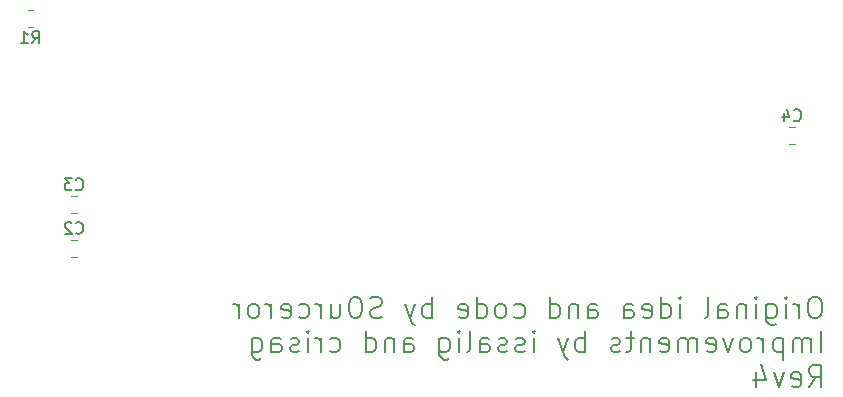
<source format=gbr>
G04 #@! TF.GenerationSoftware,KiCad,Pcbnew,(6.0.5)*
G04 #@! TF.CreationDate,2022-10-25T10:43:51-03:00*
G04 #@! TF.ProjectId,MSX USB Drive,4d535820-5553-4422-9044-726976652e6b,rev?*
G04 #@! TF.SameCoordinates,Original*
G04 #@! TF.FileFunction,Legend,Bot*
G04 #@! TF.FilePolarity,Positive*
%FSLAX46Y46*%
G04 Gerber Fmt 4.6, Leading zero omitted, Abs format (unit mm)*
G04 Created by KiCad (PCBNEW (6.0.5)) date 2022-10-25 10:43:51*
%MOMM*%
%LPD*%
G01*
G04 APERTURE LIST*
%ADD10C,0.150000*%
%ADD11C,0.120000*%
G04 APERTURE END LIST*
D10*
X173031071Y-91056285D02*
X172688214Y-91056285D01*
X172516785Y-91142000D01*
X172345357Y-91313428D01*
X172259642Y-91656285D01*
X172259642Y-92256285D01*
X172345357Y-92599142D01*
X172516785Y-92770571D01*
X172688214Y-92856285D01*
X173031071Y-92856285D01*
X173202500Y-92770571D01*
X173373928Y-92599142D01*
X173459642Y-92256285D01*
X173459642Y-91656285D01*
X173373928Y-91313428D01*
X173202500Y-91142000D01*
X173031071Y-91056285D01*
X171488214Y-92856285D02*
X171488214Y-91656285D01*
X171488214Y-91999142D02*
X171402500Y-91827714D01*
X171316785Y-91742000D01*
X171145357Y-91656285D01*
X170973928Y-91656285D01*
X170373928Y-92856285D02*
X170373928Y-91656285D01*
X170373928Y-91056285D02*
X170459642Y-91142000D01*
X170373928Y-91227714D01*
X170288214Y-91142000D01*
X170373928Y-91056285D01*
X170373928Y-91227714D01*
X168745357Y-91656285D02*
X168745357Y-93113428D01*
X168831071Y-93284857D01*
X168916785Y-93370571D01*
X169088214Y-93456285D01*
X169345357Y-93456285D01*
X169516785Y-93370571D01*
X168745357Y-92770571D02*
X168916785Y-92856285D01*
X169259642Y-92856285D01*
X169431071Y-92770571D01*
X169516785Y-92684857D01*
X169602500Y-92513428D01*
X169602500Y-91999142D01*
X169516785Y-91827714D01*
X169431071Y-91742000D01*
X169259642Y-91656285D01*
X168916785Y-91656285D01*
X168745357Y-91742000D01*
X167888214Y-92856285D02*
X167888214Y-91656285D01*
X167888214Y-91056285D02*
X167973928Y-91142000D01*
X167888214Y-91227714D01*
X167802500Y-91142000D01*
X167888214Y-91056285D01*
X167888214Y-91227714D01*
X167031071Y-91656285D02*
X167031071Y-92856285D01*
X167031071Y-91827714D02*
X166945357Y-91742000D01*
X166773928Y-91656285D01*
X166516785Y-91656285D01*
X166345357Y-91742000D01*
X166259642Y-91913428D01*
X166259642Y-92856285D01*
X164631071Y-92856285D02*
X164631071Y-91913428D01*
X164716785Y-91742000D01*
X164888214Y-91656285D01*
X165231071Y-91656285D01*
X165402500Y-91742000D01*
X164631071Y-92770571D02*
X164802500Y-92856285D01*
X165231071Y-92856285D01*
X165402500Y-92770571D01*
X165488214Y-92599142D01*
X165488214Y-92427714D01*
X165402500Y-92256285D01*
X165231071Y-92170571D01*
X164802500Y-92170571D01*
X164631071Y-92084857D01*
X163516785Y-92856285D02*
X163688214Y-92770571D01*
X163773928Y-92599142D01*
X163773928Y-91056285D01*
X161459642Y-92856285D02*
X161459642Y-91656285D01*
X161459642Y-91056285D02*
X161545357Y-91142000D01*
X161459642Y-91227714D01*
X161373928Y-91142000D01*
X161459642Y-91056285D01*
X161459642Y-91227714D01*
X159831071Y-92856285D02*
X159831071Y-91056285D01*
X159831071Y-92770571D02*
X160002500Y-92856285D01*
X160345357Y-92856285D01*
X160516785Y-92770571D01*
X160602500Y-92684857D01*
X160688214Y-92513428D01*
X160688214Y-91999142D01*
X160602500Y-91827714D01*
X160516785Y-91742000D01*
X160345357Y-91656285D01*
X160002500Y-91656285D01*
X159831071Y-91742000D01*
X158288214Y-92770571D02*
X158459642Y-92856285D01*
X158802500Y-92856285D01*
X158973928Y-92770571D01*
X159059642Y-92599142D01*
X159059642Y-91913428D01*
X158973928Y-91742000D01*
X158802500Y-91656285D01*
X158459642Y-91656285D01*
X158288214Y-91742000D01*
X158202500Y-91913428D01*
X158202500Y-92084857D01*
X159059642Y-92256285D01*
X156659642Y-92856285D02*
X156659642Y-91913428D01*
X156745357Y-91742000D01*
X156916785Y-91656285D01*
X157259642Y-91656285D01*
X157431071Y-91742000D01*
X156659642Y-92770571D02*
X156831071Y-92856285D01*
X157259642Y-92856285D01*
X157431071Y-92770571D01*
X157516785Y-92599142D01*
X157516785Y-92427714D01*
X157431071Y-92256285D01*
X157259642Y-92170571D01*
X156831071Y-92170571D01*
X156659642Y-92084857D01*
X153659642Y-92856285D02*
X153659642Y-91913428D01*
X153745357Y-91742000D01*
X153916785Y-91656285D01*
X154259642Y-91656285D01*
X154431071Y-91742000D01*
X153659642Y-92770571D02*
X153831071Y-92856285D01*
X154259642Y-92856285D01*
X154431071Y-92770571D01*
X154516785Y-92599142D01*
X154516785Y-92427714D01*
X154431071Y-92256285D01*
X154259642Y-92170571D01*
X153831071Y-92170571D01*
X153659642Y-92084857D01*
X152802500Y-91656285D02*
X152802500Y-92856285D01*
X152802500Y-91827714D02*
X152716785Y-91742000D01*
X152545357Y-91656285D01*
X152288214Y-91656285D01*
X152116785Y-91742000D01*
X152031071Y-91913428D01*
X152031071Y-92856285D01*
X150402500Y-92856285D02*
X150402500Y-91056285D01*
X150402500Y-92770571D02*
X150573928Y-92856285D01*
X150916785Y-92856285D01*
X151088214Y-92770571D01*
X151173928Y-92684857D01*
X151259642Y-92513428D01*
X151259642Y-91999142D01*
X151173928Y-91827714D01*
X151088214Y-91742000D01*
X150916785Y-91656285D01*
X150573928Y-91656285D01*
X150402500Y-91742000D01*
X147402500Y-92770571D02*
X147573928Y-92856285D01*
X147916785Y-92856285D01*
X148088214Y-92770571D01*
X148173928Y-92684857D01*
X148259642Y-92513428D01*
X148259642Y-91999142D01*
X148173928Y-91827714D01*
X148088214Y-91742000D01*
X147916785Y-91656285D01*
X147573928Y-91656285D01*
X147402500Y-91742000D01*
X146373928Y-92856285D02*
X146545357Y-92770571D01*
X146631071Y-92684857D01*
X146716785Y-92513428D01*
X146716785Y-91999142D01*
X146631071Y-91827714D01*
X146545357Y-91742000D01*
X146373928Y-91656285D01*
X146116785Y-91656285D01*
X145945357Y-91742000D01*
X145859642Y-91827714D01*
X145773928Y-91999142D01*
X145773928Y-92513428D01*
X145859642Y-92684857D01*
X145945357Y-92770571D01*
X146116785Y-92856285D01*
X146373928Y-92856285D01*
X144231071Y-92856285D02*
X144231071Y-91056285D01*
X144231071Y-92770571D02*
X144402500Y-92856285D01*
X144745357Y-92856285D01*
X144916785Y-92770571D01*
X145002500Y-92684857D01*
X145088214Y-92513428D01*
X145088214Y-91999142D01*
X145002500Y-91827714D01*
X144916785Y-91742000D01*
X144745357Y-91656285D01*
X144402500Y-91656285D01*
X144231071Y-91742000D01*
X142688214Y-92770571D02*
X142859642Y-92856285D01*
X143202500Y-92856285D01*
X143373928Y-92770571D01*
X143459642Y-92599142D01*
X143459642Y-91913428D01*
X143373928Y-91742000D01*
X143202500Y-91656285D01*
X142859642Y-91656285D01*
X142688214Y-91742000D01*
X142602500Y-91913428D01*
X142602500Y-92084857D01*
X143459642Y-92256285D01*
X140459642Y-92856285D02*
X140459642Y-91056285D01*
X140459642Y-91742000D02*
X140288214Y-91656285D01*
X139945357Y-91656285D01*
X139773928Y-91742000D01*
X139688214Y-91827714D01*
X139602500Y-91999142D01*
X139602500Y-92513428D01*
X139688214Y-92684857D01*
X139773928Y-92770571D01*
X139945357Y-92856285D01*
X140288214Y-92856285D01*
X140459642Y-92770571D01*
X139002500Y-91656285D02*
X138573928Y-92856285D01*
X138145357Y-91656285D02*
X138573928Y-92856285D01*
X138745357Y-93284857D01*
X138831071Y-93370571D01*
X139002500Y-93456285D01*
X136173928Y-92770571D02*
X135916785Y-92856285D01*
X135488214Y-92856285D01*
X135316785Y-92770571D01*
X135231071Y-92684857D01*
X135145357Y-92513428D01*
X135145357Y-92342000D01*
X135231071Y-92170571D01*
X135316785Y-92084857D01*
X135488214Y-91999142D01*
X135831071Y-91913428D01*
X136002500Y-91827714D01*
X136088214Y-91742000D01*
X136173928Y-91570571D01*
X136173928Y-91399142D01*
X136088214Y-91227714D01*
X136002500Y-91142000D01*
X135831071Y-91056285D01*
X135402500Y-91056285D01*
X135145357Y-91142000D01*
X134031071Y-91056285D02*
X133859642Y-91056285D01*
X133688214Y-91142000D01*
X133602500Y-91227714D01*
X133516785Y-91399142D01*
X133431071Y-91742000D01*
X133431071Y-92170571D01*
X133516785Y-92513428D01*
X133602500Y-92684857D01*
X133688214Y-92770571D01*
X133859642Y-92856285D01*
X134031071Y-92856285D01*
X134202500Y-92770571D01*
X134288214Y-92684857D01*
X134373928Y-92513428D01*
X134459642Y-92170571D01*
X134459642Y-91742000D01*
X134373928Y-91399142D01*
X134288214Y-91227714D01*
X134202500Y-91142000D01*
X134031071Y-91056285D01*
X131888214Y-91656285D02*
X131888214Y-92856285D01*
X132659642Y-91656285D02*
X132659642Y-92599142D01*
X132573928Y-92770571D01*
X132402500Y-92856285D01*
X132145357Y-92856285D01*
X131973928Y-92770571D01*
X131888214Y-92684857D01*
X131031071Y-92856285D02*
X131031071Y-91656285D01*
X131031071Y-91999142D02*
X130945357Y-91827714D01*
X130859642Y-91742000D01*
X130688214Y-91656285D01*
X130516785Y-91656285D01*
X129145357Y-92770571D02*
X129316785Y-92856285D01*
X129659642Y-92856285D01*
X129831071Y-92770571D01*
X129916785Y-92684857D01*
X130002500Y-92513428D01*
X130002500Y-91999142D01*
X129916785Y-91827714D01*
X129831071Y-91742000D01*
X129659642Y-91656285D01*
X129316785Y-91656285D01*
X129145357Y-91742000D01*
X127688214Y-92770571D02*
X127859642Y-92856285D01*
X128202500Y-92856285D01*
X128373928Y-92770571D01*
X128459642Y-92599142D01*
X128459642Y-91913428D01*
X128373928Y-91742000D01*
X128202500Y-91656285D01*
X127859642Y-91656285D01*
X127688214Y-91742000D01*
X127602500Y-91913428D01*
X127602500Y-92084857D01*
X128459642Y-92256285D01*
X126831071Y-92856285D02*
X126831071Y-91656285D01*
X126831071Y-91999142D02*
X126745357Y-91827714D01*
X126659642Y-91742000D01*
X126488214Y-91656285D01*
X126316785Y-91656285D01*
X125459642Y-92856285D02*
X125631071Y-92770571D01*
X125716785Y-92684857D01*
X125802500Y-92513428D01*
X125802500Y-91999142D01*
X125716785Y-91827714D01*
X125631071Y-91742000D01*
X125459642Y-91656285D01*
X125202500Y-91656285D01*
X125031071Y-91742000D01*
X124945357Y-91827714D01*
X124859642Y-91999142D01*
X124859642Y-92513428D01*
X124945357Y-92684857D01*
X125031071Y-92770571D01*
X125202500Y-92856285D01*
X125459642Y-92856285D01*
X124088214Y-92856285D02*
X124088214Y-91656285D01*
X124088214Y-91999142D02*
X124002500Y-91827714D01*
X123916785Y-91742000D01*
X123745357Y-91656285D01*
X123573928Y-91656285D01*
X173373928Y-95754285D02*
X173373928Y-93954285D01*
X172516785Y-95754285D02*
X172516785Y-94554285D01*
X172516785Y-94725714D02*
X172431071Y-94640000D01*
X172259642Y-94554285D01*
X172002500Y-94554285D01*
X171831071Y-94640000D01*
X171745357Y-94811428D01*
X171745357Y-95754285D01*
X171745357Y-94811428D02*
X171659642Y-94640000D01*
X171488214Y-94554285D01*
X171231071Y-94554285D01*
X171059642Y-94640000D01*
X170973928Y-94811428D01*
X170973928Y-95754285D01*
X170116785Y-94554285D02*
X170116785Y-96354285D01*
X170116785Y-94640000D02*
X169945357Y-94554285D01*
X169602500Y-94554285D01*
X169431071Y-94640000D01*
X169345357Y-94725714D01*
X169259642Y-94897142D01*
X169259642Y-95411428D01*
X169345357Y-95582857D01*
X169431071Y-95668571D01*
X169602500Y-95754285D01*
X169945357Y-95754285D01*
X170116785Y-95668571D01*
X168488214Y-95754285D02*
X168488214Y-94554285D01*
X168488214Y-94897142D02*
X168402500Y-94725714D01*
X168316785Y-94640000D01*
X168145357Y-94554285D01*
X167973928Y-94554285D01*
X167116785Y-95754285D02*
X167288214Y-95668571D01*
X167373928Y-95582857D01*
X167459642Y-95411428D01*
X167459642Y-94897142D01*
X167373928Y-94725714D01*
X167288214Y-94640000D01*
X167116785Y-94554285D01*
X166859642Y-94554285D01*
X166688214Y-94640000D01*
X166602500Y-94725714D01*
X166516785Y-94897142D01*
X166516785Y-95411428D01*
X166602500Y-95582857D01*
X166688214Y-95668571D01*
X166859642Y-95754285D01*
X167116785Y-95754285D01*
X165916785Y-94554285D02*
X165488214Y-95754285D01*
X165059642Y-94554285D01*
X163688214Y-95668571D02*
X163859642Y-95754285D01*
X164202500Y-95754285D01*
X164373928Y-95668571D01*
X164459642Y-95497142D01*
X164459642Y-94811428D01*
X164373928Y-94640000D01*
X164202500Y-94554285D01*
X163859642Y-94554285D01*
X163688214Y-94640000D01*
X163602500Y-94811428D01*
X163602500Y-94982857D01*
X164459642Y-95154285D01*
X162831071Y-95754285D02*
X162831071Y-94554285D01*
X162831071Y-94725714D02*
X162745357Y-94640000D01*
X162573928Y-94554285D01*
X162316785Y-94554285D01*
X162145357Y-94640000D01*
X162059642Y-94811428D01*
X162059642Y-95754285D01*
X162059642Y-94811428D02*
X161973928Y-94640000D01*
X161802500Y-94554285D01*
X161545357Y-94554285D01*
X161373928Y-94640000D01*
X161288214Y-94811428D01*
X161288214Y-95754285D01*
X159745357Y-95668571D02*
X159916785Y-95754285D01*
X160259642Y-95754285D01*
X160431071Y-95668571D01*
X160516785Y-95497142D01*
X160516785Y-94811428D01*
X160431071Y-94640000D01*
X160259642Y-94554285D01*
X159916785Y-94554285D01*
X159745357Y-94640000D01*
X159659642Y-94811428D01*
X159659642Y-94982857D01*
X160516785Y-95154285D01*
X158888214Y-94554285D02*
X158888214Y-95754285D01*
X158888214Y-94725714D02*
X158802500Y-94640000D01*
X158631071Y-94554285D01*
X158373928Y-94554285D01*
X158202500Y-94640000D01*
X158116785Y-94811428D01*
X158116785Y-95754285D01*
X157516785Y-94554285D02*
X156831071Y-94554285D01*
X157259642Y-93954285D02*
X157259642Y-95497142D01*
X157173928Y-95668571D01*
X157002500Y-95754285D01*
X156831071Y-95754285D01*
X156316785Y-95668571D02*
X156145357Y-95754285D01*
X155802500Y-95754285D01*
X155631071Y-95668571D01*
X155545357Y-95497142D01*
X155545357Y-95411428D01*
X155631071Y-95240000D01*
X155802500Y-95154285D01*
X156059642Y-95154285D01*
X156231071Y-95068571D01*
X156316785Y-94897142D01*
X156316785Y-94811428D01*
X156231071Y-94640000D01*
X156059642Y-94554285D01*
X155802500Y-94554285D01*
X155631071Y-94640000D01*
X153402500Y-95754285D02*
X153402500Y-93954285D01*
X153402500Y-94640000D02*
X153231071Y-94554285D01*
X152888214Y-94554285D01*
X152716785Y-94640000D01*
X152631071Y-94725714D01*
X152545357Y-94897142D01*
X152545357Y-95411428D01*
X152631071Y-95582857D01*
X152716785Y-95668571D01*
X152888214Y-95754285D01*
X153231071Y-95754285D01*
X153402500Y-95668571D01*
X151945357Y-94554285D02*
X151516785Y-95754285D01*
X151088214Y-94554285D02*
X151516785Y-95754285D01*
X151688214Y-96182857D01*
X151773928Y-96268571D01*
X151945357Y-96354285D01*
X149031071Y-95754285D02*
X149031071Y-94554285D01*
X149031071Y-93954285D02*
X149116785Y-94040000D01*
X149031071Y-94125714D01*
X148945357Y-94040000D01*
X149031071Y-93954285D01*
X149031071Y-94125714D01*
X148259642Y-95668571D02*
X148088214Y-95754285D01*
X147745357Y-95754285D01*
X147573928Y-95668571D01*
X147488214Y-95497142D01*
X147488214Y-95411428D01*
X147573928Y-95240000D01*
X147745357Y-95154285D01*
X148002500Y-95154285D01*
X148173928Y-95068571D01*
X148259642Y-94897142D01*
X148259642Y-94811428D01*
X148173928Y-94640000D01*
X148002500Y-94554285D01*
X147745357Y-94554285D01*
X147573928Y-94640000D01*
X146802500Y-95668571D02*
X146631071Y-95754285D01*
X146288214Y-95754285D01*
X146116785Y-95668571D01*
X146031071Y-95497142D01*
X146031071Y-95411428D01*
X146116785Y-95240000D01*
X146288214Y-95154285D01*
X146545357Y-95154285D01*
X146716785Y-95068571D01*
X146802500Y-94897142D01*
X146802500Y-94811428D01*
X146716785Y-94640000D01*
X146545357Y-94554285D01*
X146288214Y-94554285D01*
X146116785Y-94640000D01*
X144488214Y-95754285D02*
X144488214Y-94811428D01*
X144573928Y-94640000D01*
X144745357Y-94554285D01*
X145088214Y-94554285D01*
X145259642Y-94640000D01*
X144488214Y-95668571D02*
X144659642Y-95754285D01*
X145088214Y-95754285D01*
X145259642Y-95668571D01*
X145345357Y-95497142D01*
X145345357Y-95325714D01*
X145259642Y-95154285D01*
X145088214Y-95068571D01*
X144659642Y-95068571D01*
X144488214Y-94982857D01*
X143373928Y-95754285D02*
X143545357Y-95668571D01*
X143631071Y-95497142D01*
X143631071Y-93954285D01*
X142688214Y-95754285D02*
X142688214Y-94554285D01*
X142688214Y-93954285D02*
X142773928Y-94040000D01*
X142688214Y-94125714D01*
X142602500Y-94040000D01*
X142688214Y-93954285D01*
X142688214Y-94125714D01*
X141059642Y-94554285D02*
X141059642Y-96011428D01*
X141145357Y-96182857D01*
X141231071Y-96268571D01*
X141402500Y-96354285D01*
X141659642Y-96354285D01*
X141831071Y-96268571D01*
X141059642Y-95668571D02*
X141231071Y-95754285D01*
X141573928Y-95754285D01*
X141745357Y-95668571D01*
X141831071Y-95582857D01*
X141916785Y-95411428D01*
X141916785Y-94897142D01*
X141831071Y-94725714D01*
X141745357Y-94640000D01*
X141573928Y-94554285D01*
X141231071Y-94554285D01*
X141059642Y-94640000D01*
X138059642Y-95754285D02*
X138059642Y-94811428D01*
X138145357Y-94640000D01*
X138316785Y-94554285D01*
X138659642Y-94554285D01*
X138831071Y-94640000D01*
X138059642Y-95668571D02*
X138231071Y-95754285D01*
X138659642Y-95754285D01*
X138831071Y-95668571D01*
X138916785Y-95497142D01*
X138916785Y-95325714D01*
X138831071Y-95154285D01*
X138659642Y-95068571D01*
X138231071Y-95068571D01*
X138059642Y-94982857D01*
X137202500Y-94554285D02*
X137202500Y-95754285D01*
X137202500Y-94725714D02*
X137116785Y-94640000D01*
X136945357Y-94554285D01*
X136688214Y-94554285D01*
X136516785Y-94640000D01*
X136431071Y-94811428D01*
X136431071Y-95754285D01*
X134802500Y-95754285D02*
X134802500Y-93954285D01*
X134802500Y-95668571D02*
X134973928Y-95754285D01*
X135316785Y-95754285D01*
X135488214Y-95668571D01*
X135573928Y-95582857D01*
X135659642Y-95411428D01*
X135659642Y-94897142D01*
X135573928Y-94725714D01*
X135488214Y-94640000D01*
X135316785Y-94554285D01*
X134973928Y-94554285D01*
X134802500Y-94640000D01*
X131802500Y-95668571D02*
X131973928Y-95754285D01*
X132316785Y-95754285D01*
X132488214Y-95668571D01*
X132573928Y-95582857D01*
X132659642Y-95411428D01*
X132659642Y-94897142D01*
X132573928Y-94725714D01*
X132488214Y-94640000D01*
X132316785Y-94554285D01*
X131973928Y-94554285D01*
X131802500Y-94640000D01*
X131031071Y-95754285D02*
X131031071Y-94554285D01*
X131031071Y-94897142D02*
X130945357Y-94725714D01*
X130859642Y-94640000D01*
X130688214Y-94554285D01*
X130516785Y-94554285D01*
X129916785Y-95754285D02*
X129916785Y-94554285D01*
X129916785Y-93954285D02*
X130002500Y-94040000D01*
X129916785Y-94125714D01*
X129831071Y-94040000D01*
X129916785Y-93954285D01*
X129916785Y-94125714D01*
X129145357Y-95668571D02*
X128973928Y-95754285D01*
X128631071Y-95754285D01*
X128459642Y-95668571D01*
X128373928Y-95497142D01*
X128373928Y-95411428D01*
X128459642Y-95240000D01*
X128631071Y-95154285D01*
X128888214Y-95154285D01*
X129059642Y-95068571D01*
X129145357Y-94897142D01*
X129145357Y-94811428D01*
X129059642Y-94640000D01*
X128888214Y-94554285D01*
X128631071Y-94554285D01*
X128459642Y-94640000D01*
X126831071Y-95754285D02*
X126831071Y-94811428D01*
X126916785Y-94640000D01*
X127088214Y-94554285D01*
X127431071Y-94554285D01*
X127602500Y-94640000D01*
X126831071Y-95668571D02*
X127002500Y-95754285D01*
X127431071Y-95754285D01*
X127602500Y-95668571D01*
X127688214Y-95497142D01*
X127688214Y-95325714D01*
X127602500Y-95154285D01*
X127431071Y-95068571D01*
X127002500Y-95068571D01*
X126831071Y-94982857D01*
X125202500Y-94554285D02*
X125202500Y-96011428D01*
X125288214Y-96182857D01*
X125373928Y-96268571D01*
X125545357Y-96354285D01*
X125802500Y-96354285D01*
X125973928Y-96268571D01*
X125202500Y-95668571D02*
X125373928Y-95754285D01*
X125716785Y-95754285D01*
X125888214Y-95668571D01*
X125973928Y-95582857D01*
X126059642Y-95411428D01*
X126059642Y-94897142D01*
X125973928Y-94725714D01*
X125888214Y-94640000D01*
X125716785Y-94554285D01*
X125373928Y-94554285D01*
X125202500Y-94640000D01*
X172345357Y-98652285D02*
X172945357Y-97795142D01*
X173373928Y-98652285D02*
X173373928Y-96852285D01*
X172688214Y-96852285D01*
X172516785Y-96938000D01*
X172431071Y-97023714D01*
X172345357Y-97195142D01*
X172345357Y-97452285D01*
X172431071Y-97623714D01*
X172516785Y-97709428D01*
X172688214Y-97795142D01*
X173373928Y-97795142D01*
X170888214Y-98566571D02*
X171059642Y-98652285D01*
X171402500Y-98652285D01*
X171573928Y-98566571D01*
X171659642Y-98395142D01*
X171659642Y-97709428D01*
X171573928Y-97538000D01*
X171402500Y-97452285D01*
X171059642Y-97452285D01*
X170888214Y-97538000D01*
X170802500Y-97709428D01*
X170802500Y-97880857D01*
X171659642Y-98052285D01*
X170202500Y-97452285D02*
X169773928Y-98652285D01*
X169345357Y-97452285D01*
X167888214Y-97452285D02*
X167888214Y-98652285D01*
X168316785Y-96766571D02*
X168745357Y-98052285D01*
X167631071Y-98052285D01*
X110276666Y-81927142D02*
X110324285Y-81974761D01*
X110467142Y-82022380D01*
X110562380Y-82022380D01*
X110705238Y-81974761D01*
X110800476Y-81879523D01*
X110848095Y-81784285D01*
X110895714Y-81593809D01*
X110895714Y-81450952D01*
X110848095Y-81260476D01*
X110800476Y-81165238D01*
X110705238Y-81070000D01*
X110562380Y-81022380D01*
X110467142Y-81022380D01*
X110324285Y-81070000D01*
X110276666Y-81117619D01*
X109943333Y-81022380D02*
X109324285Y-81022380D01*
X109657619Y-81403333D01*
X109514761Y-81403333D01*
X109419523Y-81450952D01*
X109371904Y-81498571D01*
X109324285Y-81593809D01*
X109324285Y-81831904D01*
X109371904Y-81927142D01*
X109419523Y-81974761D01*
X109514761Y-82022380D01*
X109800476Y-82022380D01*
X109895714Y-81974761D01*
X109943333Y-81927142D01*
X110276666Y-85627142D02*
X110324285Y-85674761D01*
X110467142Y-85722380D01*
X110562380Y-85722380D01*
X110705238Y-85674761D01*
X110800476Y-85579523D01*
X110848095Y-85484285D01*
X110895714Y-85293809D01*
X110895714Y-85150952D01*
X110848095Y-84960476D01*
X110800476Y-84865238D01*
X110705238Y-84770000D01*
X110562380Y-84722380D01*
X110467142Y-84722380D01*
X110324285Y-84770000D01*
X110276666Y-84817619D01*
X109895714Y-84817619D02*
X109848095Y-84770000D01*
X109752857Y-84722380D01*
X109514761Y-84722380D01*
X109419523Y-84770000D01*
X109371904Y-84817619D01*
X109324285Y-84912857D01*
X109324285Y-85008095D01*
X109371904Y-85150952D01*
X109943333Y-85722380D01*
X109324285Y-85722380D01*
X106576666Y-69572380D02*
X106910000Y-69096190D01*
X107148095Y-69572380D02*
X107148095Y-68572380D01*
X106767142Y-68572380D01*
X106671904Y-68620000D01*
X106624285Y-68667619D01*
X106576666Y-68762857D01*
X106576666Y-68905714D01*
X106624285Y-69000952D01*
X106671904Y-69048571D01*
X106767142Y-69096190D01*
X107148095Y-69096190D01*
X105624285Y-69572380D02*
X106195714Y-69572380D01*
X105910000Y-69572380D02*
X105910000Y-68572380D01*
X106005238Y-68715238D01*
X106100476Y-68810476D01*
X106195714Y-68858095D01*
X171059166Y-76077142D02*
X171106785Y-76124761D01*
X171249642Y-76172380D01*
X171344880Y-76172380D01*
X171487738Y-76124761D01*
X171582976Y-76029523D01*
X171630595Y-75934285D01*
X171678214Y-75743809D01*
X171678214Y-75600952D01*
X171630595Y-75410476D01*
X171582976Y-75315238D01*
X171487738Y-75220000D01*
X171344880Y-75172380D01*
X171249642Y-75172380D01*
X171106785Y-75220000D01*
X171059166Y-75267619D01*
X170202023Y-75505714D02*
X170202023Y-76172380D01*
X170440119Y-75124761D02*
X170678214Y-75839047D01*
X170059166Y-75839047D01*
D11*
X110371252Y-83985000D02*
X109848748Y-83985000D01*
X110371252Y-82515000D02*
X109848748Y-82515000D01*
X110371252Y-86215000D02*
X109848748Y-86215000D01*
X110371252Y-87685000D02*
X109848748Y-87685000D01*
X106182936Y-66735000D02*
X106637064Y-66735000D01*
X106182936Y-68205000D02*
X106637064Y-68205000D01*
X171153752Y-78135000D02*
X170631248Y-78135000D01*
X171153752Y-76665000D02*
X170631248Y-76665000D01*
M02*

</source>
